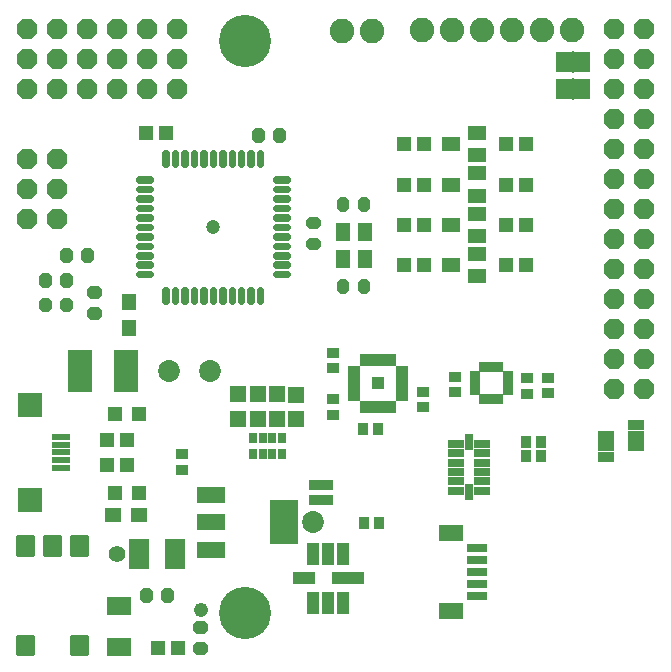
<source format=gts>
G75*
G70*
%OFA0B0*%
%FSLAX24Y24*%
%IPPOS*%
%LPD*%
%AMOC8*
5,1,8,0,0,1.08239X$1,22.5*
%
%ADD10R,0.0198X0.0395*%
%ADD11R,0.0395X0.0198*%
%ADD12R,0.0394X0.0394*%
%ADD13R,0.0552X0.0277*%
%ADD14R,0.0277X0.0552*%
%ADD15R,0.0356X0.0434*%
%ADD16R,0.0434X0.0356*%
%ADD17R,0.0336X0.0190*%
%ADD18R,0.0190X0.0336*%
%ADD19R,0.0789X0.0552*%
%ADD20R,0.0690X0.0316*%
%ADD21C,0.0820*%
%ADD22OC8,0.0690*%
%ADD23R,0.0552X0.0552*%
%ADD24C,0.0347*%
%ADD25R,0.0828X0.1419*%
%ADD26R,0.0474X0.0474*%
%ADD27R,0.0552X0.0474*%
%ADD28R,0.0474X0.0552*%
%ADD29C,0.0206*%
%ADD30C,0.0474*%
%ADD31R,0.0710X0.1025*%
%ADD32C,0.0095*%
%ADD33R,0.0277X0.0336*%
%ADD34R,0.0493X0.0592*%
%ADD35R,0.0789X0.0631*%
%ADD36R,0.1064X0.0395*%
%ADD37R,0.0737X0.0395*%
%ADD38R,0.0395X0.0737*%
%ADD39R,0.0540X0.0710*%
%ADD40R,0.0060X0.0720*%
%ADD41OC8,0.0680*%
%ADD42R,0.0580X0.0330*%
%ADD43R,0.0631X0.0474*%
%ADD44R,0.0513X0.0474*%
%ADD45R,0.0960X0.0560*%
%ADD46R,0.0946X0.1497*%
%ADD47R,0.0474X0.0513*%
%ADD48R,0.0631X0.0218*%
%ADD49R,0.0828X0.0789*%
%ADD50C,0.0555*%
%ADD51C,0.0730*%
%ADD52C,0.0476*%
%ADD53C,0.1740*%
D10*
X012350Y010854D03*
X012547Y010854D03*
X012744Y010854D03*
X012941Y010854D03*
X013138Y010854D03*
X013335Y010854D03*
X013335Y012429D03*
X013138Y012429D03*
X012941Y012429D03*
X012744Y012429D03*
X012547Y012429D03*
X012350Y012429D03*
D11*
X012055Y012133D03*
X012055Y011937D03*
X012055Y011740D03*
X012055Y011543D03*
X012055Y011346D03*
X012055Y011149D03*
X013630Y011149D03*
X013630Y011346D03*
X013630Y011543D03*
X013630Y011740D03*
X013630Y011937D03*
X013630Y012133D03*
D12*
X012843Y011641D03*
D13*
X015424Y009629D03*
X015424Y009314D03*
X015424Y008999D03*
X015424Y008684D03*
X015424Y008369D03*
X015424Y008054D03*
X016291Y008054D03*
X016291Y008369D03*
X016291Y008684D03*
X016291Y008999D03*
X016291Y009314D03*
X016291Y009629D03*
D14*
X015858Y009668D03*
X015858Y008015D03*
D15*
X017767Y009201D03*
X017767Y009671D03*
X018278Y009671D03*
X018278Y009201D03*
X012868Y006991D03*
X012357Y006991D03*
X012342Y010101D03*
X012853Y010101D03*
D16*
X011338Y010590D03*
X011338Y011102D03*
X011338Y012135D03*
X011338Y012647D03*
X014343Y011352D03*
X014343Y010840D03*
X015408Y011345D03*
X015408Y011857D03*
X017813Y011812D03*
X017813Y011300D03*
X018503Y011320D03*
X018503Y011832D03*
X011153Y008267D03*
X010728Y008267D03*
X010728Y007755D03*
X011153Y007755D03*
X006318Y008760D03*
X006318Y009272D03*
D17*
X016078Y011356D03*
X016078Y011553D03*
X016078Y011750D03*
X016078Y011947D03*
X017157Y011947D03*
X017157Y011750D03*
X017157Y011553D03*
X017157Y011356D03*
D18*
X016913Y011112D03*
X016716Y011112D03*
X016519Y011112D03*
X016322Y011112D03*
X016322Y012191D03*
X016519Y012191D03*
X016716Y012191D03*
X016913Y012191D03*
D19*
X015262Y006648D03*
X015262Y004050D03*
D20*
X016138Y004562D03*
X016138Y004955D03*
X016138Y005349D03*
X016138Y005743D03*
X016138Y006136D03*
D21*
X016293Y023411D03*
X017293Y023411D03*
X018293Y023411D03*
X019293Y023411D03*
X015293Y023411D03*
X014293Y023411D03*
X012653Y023386D03*
X011653Y023386D03*
D22*
X002153Y019111D03*
X002153Y018111D03*
X002153Y017111D03*
X001153Y017111D03*
X001153Y018111D03*
X001153Y019111D03*
D23*
X008183Y011280D03*
X008823Y011275D03*
X009458Y011270D03*
X010103Y011265D03*
X010103Y010438D03*
X009458Y010443D03*
X008823Y010448D03*
X008183Y010453D03*
D24*
X011722Y014778D02*
X011722Y014944D01*
X011722Y014778D02*
X011634Y014778D01*
X011634Y014944D01*
X011722Y014944D01*
X012422Y014944D02*
X012422Y014778D01*
X012334Y014778D01*
X012334Y014944D01*
X012422Y014944D01*
X010620Y016242D02*
X010620Y016330D01*
X010786Y016330D01*
X010786Y016242D01*
X010620Y016242D01*
X010620Y016942D02*
X010620Y017030D01*
X010786Y017030D01*
X010786Y016942D01*
X010620Y016942D01*
X011722Y017503D02*
X011722Y017669D01*
X011722Y017503D02*
X011634Y017503D01*
X011634Y017669D01*
X011722Y017669D01*
X012422Y017669D02*
X012422Y017503D01*
X012334Y017503D01*
X012334Y017669D01*
X012422Y017669D01*
X009592Y019828D02*
X009592Y019994D01*
X009592Y019828D02*
X009504Y019828D01*
X009504Y019994D01*
X009592Y019994D01*
X008892Y019994D02*
X008892Y019828D01*
X008804Y019828D01*
X008804Y019994D01*
X008892Y019994D01*
X003456Y014720D02*
X003290Y014720D01*
X003456Y014720D02*
X003456Y014632D01*
X003290Y014632D01*
X003290Y014720D01*
X003290Y014020D02*
X003456Y014020D01*
X003456Y013932D01*
X003290Y013932D01*
X003290Y014020D01*
X002492Y014168D02*
X002404Y014168D01*
X002404Y014334D01*
X002492Y014334D01*
X002492Y014168D01*
X002492Y015154D02*
X002404Y015154D01*
X002492Y015154D02*
X002492Y014988D01*
X002404Y014988D01*
X002404Y015154D01*
X001792Y015154D02*
X001704Y015154D01*
X001792Y015154D02*
X001792Y014988D01*
X001704Y014988D01*
X001704Y015154D01*
X002492Y015808D02*
X002492Y015974D01*
X002492Y015808D02*
X002404Y015808D01*
X002404Y015974D01*
X002492Y015974D01*
X003192Y015974D02*
X003192Y015808D01*
X003104Y015808D01*
X003104Y015974D01*
X003192Y015974D01*
X001792Y014168D02*
X001704Y014168D01*
X001704Y014334D01*
X001792Y014334D01*
X001792Y014168D01*
X005172Y004644D02*
X005172Y004478D01*
X005084Y004478D01*
X005084Y004644D01*
X005172Y004644D01*
X005872Y004644D02*
X005872Y004478D01*
X005784Y004478D01*
X005784Y004644D01*
X005872Y004644D01*
X006845Y003555D02*
X007011Y003555D01*
X007011Y003467D01*
X006845Y003467D01*
X006845Y003555D01*
X006845Y002855D02*
X007011Y002855D01*
X007011Y002767D01*
X006845Y002767D01*
X006845Y002855D01*
D25*
X004445Y012036D03*
X002910Y012036D03*
D26*
X004084Y010611D03*
X004871Y010611D03*
X004871Y007986D03*
X004084Y007986D03*
D27*
X004019Y007261D03*
X004886Y007261D03*
D28*
X004523Y013483D03*
X004523Y014349D03*
D29*
X005281Y015237D02*
X005281Y015287D01*
X005281Y015237D02*
X004857Y015237D01*
X004857Y015287D01*
X005281Y015287D01*
X005281Y015552D02*
X005281Y015602D01*
X005281Y015552D02*
X004857Y015552D01*
X004857Y015602D01*
X005281Y015602D01*
X005281Y015866D02*
X005281Y015916D01*
X005281Y015866D02*
X004857Y015866D01*
X004857Y015916D01*
X005281Y015916D01*
X005281Y016181D02*
X005281Y016231D01*
X005281Y016181D02*
X004857Y016181D01*
X004857Y016231D01*
X005281Y016231D01*
X005281Y016496D02*
X005281Y016546D01*
X005281Y016496D02*
X004857Y016496D01*
X004857Y016546D01*
X005281Y016546D01*
X005281Y016811D02*
X005281Y016861D01*
X005281Y016811D02*
X004857Y016811D01*
X004857Y016861D01*
X005281Y016861D01*
X005281Y017126D02*
X005281Y017176D01*
X005281Y017126D02*
X004857Y017126D01*
X004857Y017176D01*
X005281Y017176D01*
X005281Y017441D02*
X005281Y017491D01*
X005281Y017441D02*
X004857Y017441D01*
X004857Y017491D01*
X005281Y017491D01*
X005281Y017756D02*
X005281Y017806D01*
X005281Y017756D02*
X004857Y017756D01*
X004857Y017806D01*
X005281Y017806D01*
X005281Y018071D02*
X005281Y018121D01*
X005281Y018071D02*
X004857Y018071D01*
X004857Y018121D01*
X005281Y018121D01*
X005281Y018386D02*
X005281Y018436D01*
X005281Y018386D02*
X004857Y018386D01*
X004857Y018436D01*
X005281Y018436D01*
X005803Y018908D02*
X005803Y019332D01*
X005803Y018908D02*
X005753Y018908D01*
X005753Y019332D01*
X005803Y019332D01*
X005803Y019113D02*
X005753Y019113D01*
X005753Y019318D02*
X005803Y019318D01*
X006118Y019332D02*
X006118Y018908D01*
X006068Y018908D01*
X006068Y019332D01*
X006118Y019332D01*
X006118Y019113D02*
X006068Y019113D01*
X006068Y019318D02*
X006118Y019318D01*
X006433Y019332D02*
X006433Y018908D01*
X006383Y018908D01*
X006383Y019332D01*
X006433Y019332D01*
X006433Y019113D02*
X006383Y019113D01*
X006383Y019318D02*
X006433Y019318D01*
X006748Y019332D02*
X006748Y018908D01*
X006698Y018908D01*
X006698Y019332D01*
X006748Y019332D01*
X006748Y019113D02*
X006698Y019113D01*
X006698Y019318D02*
X006748Y019318D01*
X007063Y019332D02*
X007063Y018908D01*
X007013Y018908D01*
X007013Y019332D01*
X007063Y019332D01*
X007063Y019113D02*
X007013Y019113D01*
X007013Y019318D02*
X007063Y019318D01*
X007378Y019332D02*
X007378Y018908D01*
X007328Y018908D01*
X007328Y019332D01*
X007378Y019332D01*
X007378Y019113D02*
X007328Y019113D01*
X007328Y019318D02*
X007378Y019318D01*
X007693Y019332D02*
X007693Y018908D01*
X007643Y018908D01*
X007643Y019332D01*
X007693Y019332D01*
X007693Y019113D02*
X007643Y019113D01*
X007643Y019318D02*
X007693Y019318D01*
X008007Y019332D02*
X008007Y018908D01*
X007957Y018908D01*
X007957Y019332D01*
X008007Y019332D01*
X008007Y019113D02*
X007957Y019113D01*
X007957Y019318D02*
X008007Y019318D01*
X008322Y019332D02*
X008322Y018908D01*
X008272Y018908D01*
X008272Y019332D01*
X008322Y019332D01*
X008322Y019113D02*
X008272Y019113D01*
X008272Y019318D02*
X008322Y019318D01*
X008637Y019332D02*
X008637Y018908D01*
X008587Y018908D01*
X008587Y019332D01*
X008637Y019332D01*
X008637Y019113D02*
X008587Y019113D01*
X008587Y019318D02*
X008637Y019318D01*
X008952Y019332D02*
X008952Y018908D01*
X008902Y018908D01*
X008902Y019332D01*
X008952Y019332D01*
X008952Y019113D02*
X008902Y019113D01*
X008902Y019318D02*
X008952Y019318D01*
X009848Y018436D02*
X009848Y018386D01*
X009424Y018386D01*
X009424Y018436D01*
X009848Y018436D01*
X009848Y018121D02*
X009848Y018071D01*
X009424Y018071D01*
X009424Y018121D01*
X009848Y018121D01*
X009848Y017806D02*
X009848Y017756D01*
X009424Y017756D01*
X009424Y017806D01*
X009848Y017806D01*
X009848Y017491D02*
X009848Y017441D01*
X009424Y017441D01*
X009424Y017491D01*
X009848Y017491D01*
X009848Y017176D02*
X009848Y017126D01*
X009424Y017126D01*
X009424Y017176D01*
X009848Y017176D01*
X009848Y016861D02*
X009848Y016811D01*
X009424Y016811D01*
X009424Y016861D01*
X009848Y016861D01*
X009848Y016546D02*
X009848Y016496D01*
X009424Y016496D01*
X009424Y016546D01*
X009848Y016546D01*
X009848Y016231D02*
X009848Y016181D01*
X009424Y016181D01*
X009424Y016231D01*
X009848Y016231D01*
X009848Y015916D02*
X009848Y015866D01*
X009424Y015866D01*
X009424Y015916D01*
X009848Y015916D01*
X009848Y015602D02*
X009848Y015552D01*
X009424Y015552D01*
X009424Y015602D01*
X009848Y015602D01*
X009848Y015287D02*
X009848Y015237D01*
X009424Y015237D01*
X009424Y015287D01*
X009848Y015287D01*
X008952Y014765D02*
X008952Y014341D01*
X008902Y014341D01*
X008902Y014765D01*
X008952Y014765D01*
X008952Y014546D02*
X008902Y014546D01*
X008902Y014751D02*
X008952Y014751D01*
X008637Y014765D02*
X008637Y014341D01*
X008587Y014341D01*
X008587Y014765D01*
X008637Y014765D01*
X008637Y014546D02*
X008587Y014546D01*
X008587Y014751D02*
X008637Y014751D01*
X008322Y014765D02*
X008322Y014341D01*
X008272Y014341D01*
X008272Y014765D01*
X008322Y014765D01*
X008322Y014546D02*
X008272Y014546D01*
X008272Y014751D02*
X008322Y014751D01*
X008007Y014765D02*
X008007Y014341D01*
X007957Y014341D01*
X007957Y014765D01*
X008007Y014765D01*
X008007Y014546D02*
X007957Y014546D01*
X007957Y014751D02*
X008007Y014751D01*
X007693Y014765D02*
X007693Y014341D01*
X007643Y014341D01*
X007643Y014765D01*
X007693Y014765D01*
X007693Y014546D02*
X007643Y014546D01*
X007643Y014751D02*
X007693Y014751D01*
X007378Y014765D02*
X007378Y014341D01*
X007328Y014341D01*
X007328Y014765D01*
X007378Y014765D01*
X007378Y014546D02*
X007328Y014546D01*
X007328Y014751D02*
X007378Y014751D01*
X007063Y014765D02*
X007063Y014341D01*
X007013Y014341D01*
X007013Y014765D01*
X007063Y014765D01*
X007063Y014546D02*
X007013Y014546D01*
X007013Y014751D02*
X007063Y014751D01*
X006748Y014765D02*
X006748Y014341D01*
X006698Y014341D01*
X006698Y014765D01*
X006748Y014765D01*
X006748Y014546D02*
X006698Y014546D01*
X006698Y014751D02*
X006748Y014751D01*
X006433Y014765D02*
X006433Y014341D01*
X006383Y014341D01*
X006383Y014765D01*
X006433Y014765D01*
X006433Y014546D02*
X006383Y014546D01*
X006383Y014751D02*
X006433Y014751D01*
X006118Y014765D02*
X006118Y014341D01*
X006068Y014341D01*
X006068Y014765D01*
X006118Y014765D01*
X006118Y014546D02*
X006068Y014546D01*
X006068Y014751D02*
X006118Y014751D01*
X005803Y014765D02*
X005803Y014341D01*
X005753Y014341D01*
X005753Y014765D01*
X005803Y014765D01*
X005803Y014546D02*
X005753Y014546D01*
X005753Y014751D02*
X005803Y014751D01*
D30*
X007353Y016836D03*
D31*
X006068Y005936D03*
X004887Y005936D03*
D32*
X000819Y003231D02*
X000819Y002615D01*
X000819Y003231D02*
X001355Y003231D01*
X001355Y002615D01*
X000819Y002615D01*
X000819Y002709D02*
X001355Y002709D01*
X001355Y002803D02*
X000819Y002803D01*
X000819Y002897D02*
X001355Y002897D01*
X001355Y002991D02*
X000819Y002991D01*
X000819Y003085D02*
X001355Y003085D01*
X001355Y003179D02*
X000819Y003179D01*
X002590Y003231D02*
X002590Y002615D01*
X002590Y003231D02*
X003126Y003231D01*
X003126Y002615D01*
X002590Y002615D01*
X002590Y002709D02*
X003126Y002709D01*
X003126Y002803D02*
X002590Y002803D01*
X002590Y002897D02*
X003126Y002897D01*
X003126Y002991D02*
X002590Y002991D01*
X002590Y003085D02*
X003126Y003085D01*
X003126Y003179D02*
X002590Y003179D01*
X002590Y005922D02*
X002590Y006538D01*
X003126Y006538D01*
X003126Y005922D01*
X002590Y005922D01*
X002590Y006016D02*
X003126Y006016D01*
X003126Y006110D02*
X002590Y006110D01*
X002590Y006204D02*
X003126Y006204D01*
X003126Y006298D02*
X002590Y006298D01*
X002590Y006392D02*
X003126Y006392D01*
X003126Y006486D02*
X002590Y006486D01*
X001705Y006538D02*
X001705Y005922D01*
X001705Y006538D02*
X002241Y006538D01*
X002241Y005922D01*
X001705Y005922D01*
X001705Y006016D02*
X002241Y006016D01*
X002241Y006110D02*
X001705Y006110D01*
X001705Y006204D02*
X002241Y006204D01*
X002241Y006298D02*
X001705Y006298D01*
X001705Y006392D02*
X002241Y006392D01*
X002241Y006486D02*
X001705Y006486D01*
X000819Y006538D02*
X000819Y005922D01*
X000819Y006538D02*
X001355Y006538D01*
X001355Y005922D01*
X000819Y005922D01*
X000819Y006016D02*
X001355Y006016D01*
X001355Y006110D02*
X000819Y006110D01*
X000819Y006204D02*
X001355Y006204D01*
X001355Y006298D02*
X000819Y006298D01*
X000819Y006392D02*
X001355Y006392D01*
X001355Y006486D02*
X000819Y006486D01*
D33*
X008685Y009281D03*
X009000Y009281D03*
X009315Y009281D03*
X009630Y009281D03*
X009630Y009812D03*
X009315Y009812D03*
X009000Y009812D03*
X008685Y009812D03*
D34*
X011663Y015784D03*
X012392Y015784D03*
X012392Y016689D03*
X011663Y016689D03*
D35*
X004203Y004206D03*
X004203Y002867D03*
D36*
X011827Y005136D03*
D37*
X010365Y005136D03*
D38*
X010678Y005949D03*
X011178Y005949D03*
X011678Y005949D03*
X011678Y004323D03*
X011178Y004323D03*
X010678Y004323D03*
D39*
X019028Y021461D03*
X019628Y021461D03*
X019628Y022361D03*
X019028Y022361D03*
D40*
X019328Y022361D03*
X019328Y021461D03*
D41*
X020703Y021461D03*
X020703Y020461D03*
X021703Y020461D03*
X021703Y021461D03*
X021703Y022461D03*
X021703Y023461D03*
X020703Y023461D03*
X020703Y022461D03*
X020703Y019461D03*
X020703Y018461D03*
X020703Y017461D03*
X020703Y016461D03*
X020703Y015461D03*
X020703Y014461D03*
X020703Y013461D03*
X020703Y012461D03*
X020703Y011461D03*
X021703Y011461D03*
X021703Y012461D03*
X021703Y013461D03*
X021703Y014461D03*
X021703Y015461D03*
X021703Y016461D03*
X021703Y017461D03*
X021703Y018461D03*
X021703Y019461D03*
X006153Y021461D03*
X006153Y022461D03*
X006153Y023461D03*
X005153Y023461D03*
X005153Y022461D03*
X005153Y021461D03*
X004153Y021461D03*
X004153Y022461D03*
X004153Y023461D03*
X003153Y023461D03*
X003153Y022461D03*
X003153Y021461D03*
X002153Y021461D03*
X002153Y022461D03*
X002153Y023461D03*
X001153Y023461D03*
X001153Y022461D03*
X001153Y021461D03*
D42*
X020428Y009886D03*
X020428Y009536D03*
X020428Y009186D03*
X021428Y009536D03*
X021428Y009886D03*
X021428Y010236D03*
D43*
X016136Y015212D03*
X016136Y015960D03*
X016136Y016537D03*
X016136Y017285D03*
X016136Y017887D03*
X016136Y018635D03*
X016136Y019237D03*
X016136Y019985D03*
X015269Y019611D03*
X015269Y018261D03*
X015269Y016911D03*
X015269Y015586D03*
D44*
X014387Y015586D03*
X013718Y015586D03*
X013718Y016911D03*
X014387Y016911D03*
X014387Y018261D03*
X013718Y018261D03*
X013718Y019611D03*
X014387Y019611D03*
X017093Y019611D03*
X017762Y019611D03*
X017762Y018261D03*
X017093Y018261D03*
X017093Y016911D03*
X017762Y016911D03*
X017762Y015586D03*
X017093Y015586D03*
X004462Y009761D03*
X003793Y009761D03*
X003793Y008911D03*
X004462Y008911D03*
D45*
X007273Y007916D03*
X007273Y007006D03*
X007273Y006096D03*
D46*
X009713Y007006D03*
D47*
X006162Y002811D03*
X005493Y002811D03*
X005777Y019991D03*
X005108Y019991D03*
D48*
X002271Y009848D03*
X002271Y009592D03*
X002271Y009336D03*
X002271Y009080D03*
X002271Y008825D03*
D49*
X001228Y007762D03*
X001228Y010911D03*
D50*
X004153Y005936D03*
D51*
X005873Y012046D03*
X007253Y012046D03*
X010673Y007026D03*
D52*
X006923Y004096D03*
D53*
X008403Y003986D03*
X008403Y023036D03*
M02*

</source>
